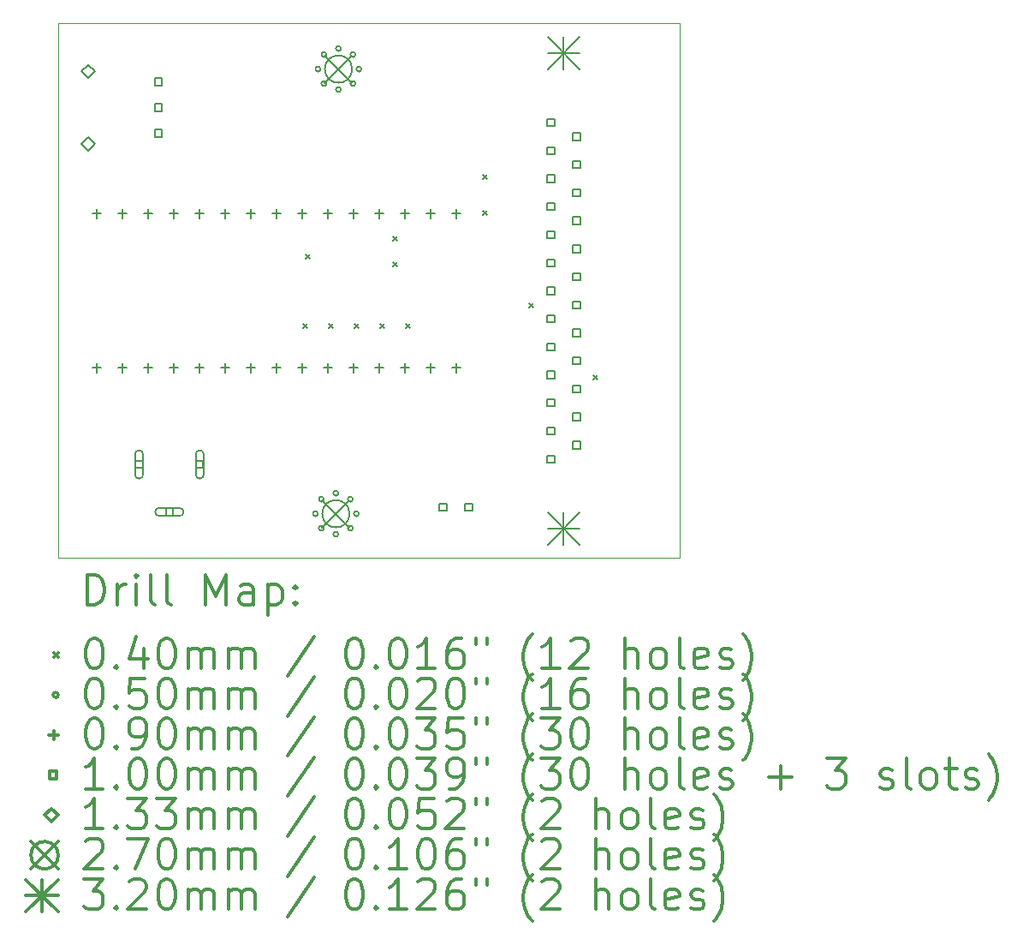
<source format=gbr>
%FSLAX45Y45*%
G04 Gerber Fmt 4.5, Leading zero omitted, Abs format (unit mm)*
G04 Created by KiCad (PCBNEW (5.1.6)-1) date 2023-12-08 07:16:01*
%MOMM*%
%LPD*%
G01*
G04 APERTURE LIST*
%TA.AperFunction,Profile*%
%ADD10C,0.050000*%
%TD*%
%ADD11C,0.200000*%
%ADD12C,0.300000*%
G04 APERTURE END LIST*
D10*
X21005800Y-10541000D02*
X14859000Y-10541000D01*
X21005800Y-5257800D02*
X21005800Y-10541000D01*
X14859000Y-5257800D02*
X14859000Y-10541000D01*
X21005800Y-5257800D02*
X14859000Y-5257800D01*
D11*
X17277400Y-8235000D02*
X17317400Y-8275000D01*
X17317400Y-8235000D02*
X17277400Y-8275000D01*
X17302800Y-7549200D02*
X17342800Y-7589200D01*
X17342800Y-7549200D02*
X17302800Y-7589200D01*
X17531400Y-8235000D02*
X17571400Y-8275000D01*
X17571400Y-8235000D02*
X17531400Y-8275000D01*
X17785400Y-8235000D02*
X17825400Y-8275000D01*
X17825400Y-8235000D02*
X17785400Y-8275000D01*
X18039400Y-8235000D02*
X18079400Y-8275000D01*
X18079400Y-8235000D02*
X18039400Y-8275000D01*
X18166400Y-7371400D02*
X18206400Y-7411400D01*
X18206400Y-7371400D02*
X18166400Y-7411400D01*
X18166400Y-7625400D02*
X18206400Y-7665400D01*
X18206400Y-7625400D02*
X18166400Y-7665400D01*
X18293400Y-8235000D02*
X18333400Y-8275000D01*
X18333400Y-8235000D02*
X18293400Y-8275000D01*
X19055400Y-6761800D02*
X19095400Y-6801800D01*
X19095400Y-6761800D02*
X19055400Y-6801800D01*
X19055400Y-7117400D02*
X19095400Y-7157400D01*
X19095400Y-7117400D02*
X19055400Y-7157400D01*
X19512600Y-8031800D02*
X19552600Y-8071800D01*
X19552600Y-8031800D02*
X19512600Y-8071800D01*
X20147600Y-8743000D02*
X20187600Y-8783000D01*
X20187600Y-8743000D02*
X20147600Y-8783000D01*
X17424700Y-10109200D02*
G75*
G03*
X17424700Y-10109200I-25000J0D01*
G01*
X17484011Y-9966011D02*
G75*
G03*
X17484011Y-9966011I-25000J0D01*
G01*
X17484011Y-10252389D02*
G75*
G03*
X17484011Y-10252389I-25000J0D01*
G01*
X17627200Y-9906700D02*
G75*
G03*
X17627200Y-9906700I-25000J0D01*
G01*
X17627200Y-10311700D02*
G75*
G03*
X17627200Y-10311700I-25000J0D01*
G01*
X17770389Y-9966011D02*
G75*
G03*
X17770389Y-9966011I-25000J0D01*
G01*
X17770389Y-10252389D02*
G75*
G03*
X17770389Y-10252389I-25000J0D01*
G01*
X17829700Y-10109200D02*
G75*
G03*
X17829700Y-10109200I-25000J0D01*
G01*
X17450100Y-5715000D02*
G75*
G03*
X17450100Y-5715000I-25000J0D01*
G01*
X17509411Y-5571811D02*
G75*
G03*
X17509411Y-5571811I-25000J0D01*
G01*
X17509411Y-5858189D02*
G75*
G03*
X17509411Y-5858189I-25000J0D01*
G01*
X17652600Y-5512500D02*
G75*
G03*
X17652600Y-5512500I-25000J0D01*
G01*
X17652600Y-5917500D02*
G75*
G03*
X17652600Y-5917500I-25000J0D01*
G01*
X17795789Y-5571811D02*
G75*
G03*
X17795789Y-5571811I-25000J0D01*
G01*
X17795789Y-5858189D02*
G75*
G03*
X17795789Y-5858189I-25000J0D01*
G01*
X17855100Y-5715000D02*
G75*
G03*
X17855100Y-5715000I-25000J0D01*
G01*
X15237460Y-7097480D02*
X15237460Y-7187480D01*
X15192460Y-7142480D02*
X15282460Y-7142480D01*
X15237460Y-8621480D02*
X15237460Y-8711480D01*
X15192460Y-8666480D02*
X15282460Y-8666480D01*
X15491460Y-7097480D02*
X15491460Y-7187480D01*
X15446460Y-7142480D02*
X15536460Y-7142480D01*
X15491460Y-8621480D02*
X15491460Y-8711480D01*
X15446460Y-8666480D02*
X15536460Y-8666480D01*
X15745460Y-7097480D02*
X15745460Y-7187480D01*
X15700460Y-7142480D02*
X15790460Y-7142480D01*
X15745460Y-8621480D02*
X15745460Y-8711480D01*
X15700460Y-8666480D02*
X15790460Y-8666480D01*
X15999460Y-7097480D02*
X15999460Y-7187480D01*
X15954460Y-7142480D02*
X16044460Y-7142480D01*
X15999460Y-8621480D02*
X15999460Y-8711480D01*
X15954460Y-8666480D02*
X16044460Y-8666480D01*
X16253460Y-7097480D02*
X16253460Y-7187480D01*
X16208460Y-7142480D02*
X16298460Y-7142480D01*
X16253460Y-8621480D02*
X16253460Y-8711480D01*
X16208460Y-8666480D02*
X16298460Y-8666480D01*
X16507460Y-7097480D02*
X16507460Y-7187480D01*
X16462460Y-7142480D02*
X16552460Y-7142480D01*
X16507460Y-8621480D02*
X16507460Y-8711480D01*
X16462460Y-8666480D02*
X16552460Y-8666480D01*
X16761460Y-7097480D02*
X16761460Y-7187480D01*
X16716460Y-7142480D02*
X16806460Y-7142480D01*
X16761460Y-8621480D02*
X16761460Y-8711480D01*
X16716460Y-8666480D02*
X16806460Y-8666480D01*
X17015460Y-7097480D02*
X17015460Y-7187480D01*
X16970460Y-7142480D02*
X17060460Y-7142480D01*
X17015460Y-8621480D02*
X17015460Y-8711480D01*
X16970460Y-8666480D02*
X17060460Y-8666480D01*
X17269460Y-7097480D02*
X17269460Y-7187480D01*
X17224460Y-7142480D02*
X17314460Y-7142480D01*
X17269460Y-8621480D02*
X17269460Y-8711480D01*
X17224460Y-8666480D02*
X17314460Y-8666480D01*
X17523460Y-7097480D02*
X17523460Y-7187480D01*
X17478460Y-7142480D02*
X17568460Y-7142480D01*
X17523460Y-8621480D02*
X17523460Y-8711480D01*
X17478460Y-8666480D02*
X17568460Y-8666480D01*
X17777460Y-7097480D02*
X17777460Y-7187480D01*
X17732460Y-7142480D02*
X17822460Y-7142480D01*
X17777460Y-8621480D02*
X17777460Y-8711480D01*
X17732460Y-8666480D02*
X17822460Y-8666480D01*
X18031460Y-7097480D02*
X18031460Y-7187480D01*
X17986460Y-7142480D02*
X18076460Y-7142480D01*
X18031460Y-8621480D02*
X18031460Y-8711480D01*
X17986460Y-8666480D02*
X18076460Y-8666480D01*
X18285460Y-7097480D02*
X18285460Y-7187480D01*
X18240460Y-7142480D02*
X18330460Y-7142480D01*
X18285460Y-8621480D02*
X18285460Y-8711480D01*
X18240460Y-8666480D02*
X18330460Y-8666480D01*
X18539460Y-7097480D02*
X18539460Y-7187480D01*
X18494460Y-7142480D02*
X18584460Y-7142480D01*
X18539460Y-8621480D02*
X18539460Y-8711480D01*
X18494460Y-8666480D02*
X18584460Y-8666480D01*
X18793460Y-7097480D02*
X18793460Y-7187480D01*
X18748460Y-7142480D02*
X18838460Y-7142480D01*
X18793460Y-8621480D02*
X18793460Y-8711480D01*
X18748460Y-8666480D02*
X18838460Y-8666480D01*
X18696736Y-10082072D02*
X18696736Y-10011360D01*
X18626024Y-10011360D01*
X18626024Y-10082072D01*
X18696736Y-10082072D01*
X18950736Y-10082072D02*
X18950736Y-10011360D01*
X18880024Y-10011360D01*
X18880024Y-10082072D01*
X18950736Y-10082072D01*
X19763536Y-6279536D02*
X19763536Y-6208824D01*
X19692824Y-6208824D01*
X19692824Y-6279536D01*
X19763536Y-6279536D01*
X19763536Y-6556536D02*
X19763536Y-6485824D01*
X19692824Y-6485824D01*
X19692824Y-6556536D01*
X19763536Y-6556536D01*
X19763536Y-6833536D02*
X19763536Y-6762824D01*
X19692824Y-6762824D01*
X19692824Y-6833536D01*
X19763536Y-6833536D01*
X19763536Y-7110536D02*
X19763536Y-7039824D01*
X19692824Y-7039824D01*
X19692824Y-7110536D01*
X19763536Y-7110536D01*
X19763536Y-7387536D02*
X19763536Y-7316824D01*
X19692824Y-7316824D01*
X19692824Y-7387536D01*
X19763536Y-7387536D01*
X19763536Y-7664536D02*
X19763536Y-7593824D01*
X19692824Y-7593824D01*
X19692824Y-7664536D01*
X19763536Y-7664536D01*
X19763536Y-7941536D02*
X19763536Y-7870824D01*
X19692824Y-7870824D01*
X19692824Y-7941536D01*
X19763536Y-7941536D01*
X19763536Y-8218536D02*
X19763536Y-8147824D01*
X19692824Y-8147824D01*
X19692824Y-8218536D01*
X19763536Y-8218536D01*
X19763536Y-8495536D02*
X19763536Y-8424824D01*
X19692824Y-8424824D01*
X19692824Y-8495536D01*
X19763536Y-8495536D01*
X19763536Y-8772536D02*
X19763536Y-8701824D01*
X19692824Y-8701824D01*
X19692824Y-8772536D01*
X19763536Y-8772536D01*
X19763536Y-9049536D02*
X19763536Y-8978824D01*
X19692824Y-8978824D01*
X19692824Y-9049536D01*
X19763536Y-9049536D01*
X19763536Y-9326536D02*
X19763536Y-9255824D01*
X19692824Y-9255824D01*
X19692824Y-9326536D01*
X19763536Y-9326536D01*
X19763536Y-9603536D02*
X19763536Y-9532824D01*
X19692824Y-9532824D01*
X19692824Y-9603536D01*
X19763536Y-9603536D01*
X20017536Y-6418036D02*
X20017536Y-6347324D01*
X19946824Y-6347324D01*
X19946824Y-6418036D01*
X20017536Y-6418036D01*
X20017536Y-6695036D02*
X20017536Y-6624324D01*
X19946824Y-6624324D01*
X19946824Y-6695036D01*
X20017536Y-6695036D01*
X20017536Y-6972036D02*
X20017536Y-6901324D01*
X19946824Y-6901324D01*
X19946824Y-6972036D01*
X20017536Y-6972036D01*
X20017536Y-7249036D02*
X20017536Y-7178324D01*
X19946824Y-7178324D01*
X19946824Y-7249036D01*
X20017536Y-7249036D01*
X20017536Y-7526036D02*
X20017536Y-7455324D01*
X19946824Y-7455324D01*
X19946824Y-7526036D01*
X20017536Y-7526036D01*
X20017536Y-7803036D02*
X20017536Y-7732324D01*
X19946824Y-7732324D01*
X19946824Y-7803036D01*
X20017536Y-7803036D01*
X20017536Y-8080036D02*
X20017536Y-8009324D01*
X19946824Y-8009324D01*
X19946824Y-8080036D01*
X20017536Y-8080036D01*
X20017536Y-8357036D02*
X20017536Y-8286324D01*
X19946824Y-8286324D01*
X19946824Y-8357036D01*
X20017536Y-8357036D01*
X20017536Y-8634036D02*
X20017536Y-8563324D01*
X19946824Y-8563324D01*
X19946824Y-8634036D01*
X20017536Y-8634036D01*
X20017536Y-8911036D02*
X20017536Y-8840324D01*
X19946824Y-8840324D01*
X19946824Y-8911036D01*
X20017536Y-8911036D01*
X20017536Y-9188036D02*
X20017536Y-9117324D01*
X19946824Y-9117324D01*
X19946824Y-9188036D01*
X20017536Y-9188036D01*
X20017536Y-9465036D02*
X20017536Y-9394324D01*
X19946824Y-9394324D01*
X19946824Y-9465036D01*
X20017536Y-9465036D01*
X15884956Y-5877356D02*
X15884956Y-5806644D01*
X15814244Y-5806644D01*
X15814244Y-5877356D01*
X15884956Y-5877356D01*
X15884956Y-6131356D02*
X15884956Y-6060644D01*
X15814244Y-6060644D01*
X15814244Y-6131356D01*
X15884956Y-6131356D01*
X15884956Y-6385356D02*
X15884956Y-6314644D01*
X15814244Y-6314644D01*
X15814244Y-6385356D01*
X15884956Y-6385356D01*
X15691356Y-9656876D02*
X15691356Y-9586164D01*
X15620644Y-9586164D01*
X15620644Y-9656876D01*
X15691356Y-9656876D01*
X15616000Y-9521520D02*
X15616000Y-9721520D01*
X15696000Y-9521520D02*
X15696000Y-9721520D01*
X15616000Y-9721520D02*
G75*
G03*
X15696000Y-9721520I40000J0D01*
G01*
X15696000Y-9521520D02*
G75*
G03*
X15616000Y-9521520I-40000J0D01*
G01*
X15991356Y-10126876D02*
X15991356Y-10056164D01*
X15920644Y-10056164D01*
X15920644Y-10126876D01*
X15991356Y-10126876D01*
X15856000Y-10131520D02*
X16056000Y-10131520D01*
X15856000Y-10051520D02*
X16056000Y-10051520D01*
X16056000Y-10131520D02*
G75*
G03*
X16056000Y-10051520I0J40000D01*
G01*
X15856000Y-10051520D02*
G75*
G03*
X15856000Y-10131520I0J-40000D01*
G01*
X16291356Y-9656876D02*
X16291356Y-9586164D01*
X16220644Y-9586164D01*
X16220644Y-9656876D01*
X16291356Y-9656876D01*
X16216000Y-9521520D02*
X16216000Y-9721520D01*
X16296000Y-9521520D02*
X16296000Y-9721520D01*
X16216000Y-9721520D02*
G75*
G03*
X16296000Y-9721520I40000J0D01*
G01*
X16296000Y-9521520D02*
G75*
G03*
X16216000Y-9521520I-40000J0D01*
G01*
X15151100Y-5804925D02*
X15217525Y-5738500D01*
X15151100Y-5672075D01*
X15084675Y-5738500D01*
X15151100Y-5804925D01*
X15151100Y-6519925D02*
X15217525Y-6453500D01*
X15151100Y-6387075D01*
X15084675Y-6453500D01*
X15151100Y-6519925D01*
X17467200Y-9974200D02*
X17737200Y-10244200D01*
X17737200Y-9974200D02*
X17467200Y-10244200D01*
X17737200Y-10109200D02*
G75*
G03*
X17737200Y-10109200I-135000J0D01*
G01*
X17492600Y-5580000D02*
X17762600Y-5850000D01*
X17762600Y-5580000D02*
X17492600Y-5850000D01*
X17762600Y-5715000D02*
G75*
G03*
X17762600Y-5715000I-135000J0D01*
G01*
X19695180Y-5394180D02*
X20015180Y-5714180D01*
X20015180Y-5394180D02*
X19695180Y-5714180D01*
X19855180Y-5394180D02*
X19855180Y-5714180D01*
X19695180Y-5554180D02*
X20015180Y-5554180D01*
X19695180Y-10098180D02*
X20015180Y-10418180D01*
X20015180Y-10098180D02*
X19695180Y-10418180D01*
X19855180Y-10098180D02*
X19855180Y-10418180D01*
X19695180Y-10258180D02*
X20015180Y-10258180D01*
D12*
X15142928Y-11009214D02*
X15142928Y-10709214D01*
X15214357Y-10709214D01*
X15257214Y-10723500D01*
X15285786Y-10752072D01*
X15300071Y-10780643D01*
X15314357Y-10837786D01*
X15314357Y-10880643D01*
X15300071Y-10937786D01*
X15285786Y-10966357D01*
X15257214Y-10994929D01*
X15214357Y-11009214D01*
X15142928Y-11009214D01*
X15442928Y-11009214D02*
X15442928Y-10809214D01*
X15442928Y-10866357D02*
X15457214Y-10837786D01*
X15471500Y-10823500D01*
X15500071Y-10809214D01*
X15528643Y-10809214D01*
X15628643Y-11009214D02*
X15628643Y-10809214D01*
X15628643Y-10709214D02*
X15614357Y-10723500D01*
X15628643Y-10737786D01*
X15642928Y-10723500D01*
X15628643Y-10709214D01*
X15628643Y-10737786D01*
X15814357Y-11009214D02*
X15785786Y-10994929D01*
X15771500Y-10966357D01*
X15771500Y-10709214D01*
X15971500Y-11009214D02*
X15942928Y-10994929D01*
X15928643Y-10966357D01*
X15928643Y-10709214D01*
X16314357Y-11009214D02*
X16314357Y-10709214D01*
X16414357Y-10923500D01*
X16514357Y-10709214D01*
X16514357Y-11009214D01*
X16785786Y-11009214D02*
X16785786Y-10852072D01*
X16771500Y-10823500D01*
X16742928Y-10809214D01*
X16685786Y-10809214D01*
X16657214Y-10823500D01*
X16785786Y-10994929D02*
X16757214Y-11009214D01*
X16685786Y-11009214D01*
X16657214Y-10994929D01*
X16642928Y-10966357D01*
X16642928Y-10937786D01*
X16657214Y-10909214D01*
X16685786Y-10894929D01*
X16757214Y-10894929D01*
X16785786Y-10880643D01*
X16928643Y-10809214D02*
X16928643Y-11109214D01*
X16928643Y-10823500D02*
X16957214Y-10809214D01*
X17014357Y-10809214D01*
X17042928Y-10823500D01*
X17057214Y-10837786D01*
X17071500Y-10866357D01*
X17071500Y-10952072D01*
X17057214Y-10980643D01*
X17042928Y-10994929D01*
X17014357Y-11009214D01*
X16957214Y-11009214D01*
X16928643Y-10994929D01*
X17200071Y-10980643D02*
X17214357Y-10994929D01*
X17200071Y-11009214D01*
X17185786Y-10994929D01*
X17200071Y-10980643D01*
X17200071Y-11009214D01*
X17200071Y-10823500D02*
X17214357Y-10837786D01*
X17200071Y-10852072D01*
X17185786Y-10837786D01*
X17200071Y-10823500D01*
X17200071Y-10852072D01*
X14816500Y-11483500D02*
X14856500Y-11523500D01*
X14856500Y-11483500D02*
X14816500Y-11523500D01*
X15200071Y-11339214D02*
X15228643Y-11339214D01*
X15257214Y-11353500D01*
X15271500Y-11367786D01*
X15285786Y-11396357D01*
X15300071Y-11453500D01*
X15300071Y-11524929D01*
X15285786Y-11582071D01*
X15271500Y-11610643D01*
X15257214Y-11624929D01*
X15228643Y-11639214D01*
X15200071Y-11639214D01*
X15171500Y-11624929D01*
X15157214Y-11610643D01*
X15142928Y-11582071D01*
X15128643Y-11524929D01*
X15128643Y-11453500D01*
X15142928Y-11396357D01*
X15157214Y-11367786D01*
X15171500Y-11353500D01*
X15200071Y-11339214D01*
X15428643Y-11610643D02*
X15442928Y-11624929D01*
X15428643Y-11639214D01*
X15414357Y-11624929D01*
X15428643Y-11610643D01*
X15428643Y-11639214D01*
X15700071Y-11439214D02*
X15700071Y-11639214D01*
X15628643Y-11324929D02*
X15557214Y-11539214D01*
X15742928Y-11539214D01*
X15914357Y-11339214D02*
X15942928Y-11339214D01*
X15971500Y-11353500D01*
X15985786Y-11367786D01*
X16000071Y-11396357D01*
X16014357Y-11453500D01*
X16014357Y-11524929D01*
X16000071Y-11582071D01*
X15985786Y-11610643D01*
X15971500Y-11624929D01*
X15942928Y-11639214D01*
X15914357Y-11639214D01*
X15885786Y-11624929D01*
X15871500Y-11610643D01*
X15857214Y-11582071D01*
X15842928Y-11524929D01*
X15842928Y-11453500D01*
X15857214Y-11396357D01*
X15871500Y-11367786D01*
X15885786Y-11353500D01*
X15914357Y-11339214D01*
X16142928Y-11639214D02*
X16142928Y-11439214D01*
X16142928Y-11467786D02*
X16157214Y-11453500D01*
X16185786Y-11439214D01*
X16228643Y-11439214D01*
X16257214Y-11453500D01*
X16271500Y-11482071D01*
X16271500Y-11639214D01*
X16271500Y-11482071D02*
X16285786Y-11453500D01*
X16314357Y-11439214D01*
X16357214Y-11439214D01*
X16385786Y-11453500D01*
X16400071Y-11482071D01*
X16400071Y-11639214D01*
X16542928Y-11639214D02*
X16542928Y-11439214D01*
X16542928Y-11467786D02*
X16557214Y-11453500D01*
X16585786Y-11439214D01*
X16628643Y-11439214D01*
X16657214Y-11453500D01*
X16671500Y-11482071D01*
X16671500Y-11639214D01*
X16671500Y-11482071D02*
X16685786Y-11453500D01*
X16714357Y-11439214D01*
X16757214Y-11439214D01*
X16785786Y-11453500D01*
X16800071Y-11482071D01*
X16800071Y-11639214D01*
X17385786Y-11324929D02*
X17128643Y-11710643D01*
X17771500Y-11339214D02*
X17800071Y-11339214D01*
X17828643Y-11353500D01*
X17842928Y-11367786D01*
X17857214Y-11396357D01*
X17871500Y-11453500D01*
X17871500Y-11524929D01*
X17857214Y-11582071D01*
X17842928Y-11610643D01*
X17828643Y-11624929D01*
X17800071Y-11639214D01*
X17771500Y-11639214D01*
X17742928Y-11624929D01*
X17728643Y-11610643D01*
X17714357Y-11582071D01*
X17700071Y-11524929D01*
X17700071Y-11453500D01*
X17714357Y-11396357D01*
X17728643Y-11367786D01*
X17742928Y-11353500D01*
X17771500Y-11339214D01*
X18000071Y-11610643D02*
X18014357Y-11624929D01*
X18000071Y-11639214D01*
X17985786Y-11624929D01*
X18000071Y-11610643D01*
X18000071Y-11639214D01*
X18200071Y-11339214D02*
X18228643Y-11339214D01*
X18257214Y-11353500D01*
X18271500Y-11367786D01*
X18285786Y-11396357D01*
X18300071Y-11453500D01*
X18300071Y-11524929D01*
X18285786Y-11582071D01*
X18271500Y-11610643D01*
X18257214Y-11624929D01*
X18228643Y-11639214D01*
X18200071Y-11639214D01*
X18171500Y-11624929D01*
X18157214Y-11610643D01*
X18142928Y-11582071D01*
X18128643Y-11524929D01*
X18128643Y-11453500D01*
X18142928Y-11396357D01*
X18157214Y-11367786D01*
X18171500Y-11353500D01*
X18200071Y-11339214D01*
X18585786Y-11639214D02*
X18414357Y-11639214D01*
X18500071Y-11639214D02*
X18500071Y-11339214D01*
X18471500Y-11382071D01*
X18442928Y-11410643D01*
X18414357Y-11424929D01*
X18842928Y-11339214D02*
X18785786Y-11339214D01*
X18757214Y-11353500D01*
X18742928Y-11367786D01*
X18714357Y-11410643D01*
X18700071Y-11467786D01*
X18700071Y-11582071D01*
X18714357Y-11610643D01*
X18728643Y-11624929D01*
X18757214Y-11639214D01*
X18814357Y-11639214D01*
X18842928Y-11624929D01*
X18857214Y-11610643D01*
X18871500Y-11582071D01*
X18871500Y-11510643D01*
X18857214Y-11482071D01*
X18842928Y-11467786D01*
X18814357Y-11453500D01*
X18757214Y-11453500D01*
X18728643Y-11467786D01*
X18714357Y-11482071D01*
X18700071Y-11510643D01*
X18985786Y-11339214D02*
X18985786Y-11396357D01*
X19100071Y-11339214D02*
X19100071Y-11396357D01*
X19542928Y-11753500D02*
X19528643Y-11739214D01*
X19500071Y-11696357D01*
X19485786Y-11667786D01*
X19471500Y-11624929D01*
X19457214Y-11553500D01*
X19457214Y-11496357D01*
X19471500Y-11424929D01*
X19485786Y-11382071D01*
X19500071Y-11353500D01*
X19528643Y-11310643D01*
X19542928Y-11296357D01*
X19814357Y-11639214D02*
X19642928Y-11639214D01*
X19728643Y-11639214D02*
X19728643Y-11339214D01*
X19700071Y-11382071D01*
X19671500Y-11410643D01*
X19642928Y-11424929D01*
X19928643Y-11367786D02*
X19942928Y-11353500D01*
X19971500Y-11339214D01*
X20042928Y-11339214D01*
X20071500Y-11353500D01*
X20085786Y-11367786D01*
X20100071Y-11396357D01*
X20100071Y-11424929D01*
X20085786Y-11467786D01*
X19914357Y-11639214D01*
X20100071Y-11639214D01*
X20457214Y-11639214D02*
X20457214Y-11339214D01*
X20585786Y-11639214D02*
X20585786Y-11482071D01*
X20571500Y-11453500D01*
X20542928Y-11439214D01*
X20500071Y-11439214D01*
X20471500Y-11453500D01*
X20457214Y-11467786D01*
X20771500Y-11639214D02*
X20742928Y-11624929D01*
X20728643Y-11610643D01*
X20714357Y-11582071D01*
X20714357Y-11496357D01*
X20728643Y-11467786D01*
X20742928Y-11453500D01*
X20771500Y-11439214D01*
X20814357Y-11439214D01*
X20842928Y-11453500D01*
X20857214Y-11467786D01*
X20871500Y-11496357D01*
X20871500Y-11582071D01*
X20857214Y-11610643D01*
X20842928Y-11624929D01*
X20814357Y-11639214D01*
X20771500Y-11639214D01*
X21042928Y-11639214D02*
X21014357Y-11624929D01*
X21000071Y-11596357D01*
X21000071Y-11339214D01*
X21271500Y-11624929D02*
X21242928Y-11639214D01*
X21185786Y-11639214D01*
X21157214Y-11624929D01*
X21142928Y-11596357D01*
X21142928Y-11482071D01*
X21157214Y-11453500D01*
X21185786Y-11439214D01*
X21242928Y-11439214D01*
X21271500Y-11453500D01*
X21285786Y-11482071D01*
X21285786Y-11510643D01*
X21142928Y-11539214D01*
X21400071Y-11624929D02*
X21428643Y-11639214D01*
X21485786Y-11639214D01*
X21514357Y-11624929D01*
X21528643Y-11596357D01*
X21528643Y-11582071D01*
X21514357Y-11553500D01*
X21485786Y-11539214D01*
X21442928Y-11539214D01*
X21414357Y-11524929D01*
X21400071Y-11496357D01*
X21400071Y-11482071D01*
X21414357Y-11453500D01*
X21442928Y-11439214D01*
X21485786Y-11439214D01*
X21514357Y-11453500D01*
X21628643Y-11753500D02*
X21642928Y-11739214D01*
X21671500Y-11696357D01*
X21685786Y-11667786D01*
X21700071Y-11624929D01*
X21714357Y-11553500D01*
X21714357Y-11496357D01*
X21700071Y-11424929D01*
X21685786Y-11382071D01*
X21671500Y-11353500D01*
X21642928Y-11310643D01*
X21628643Y-11296357D01*
X14856500Y-11899500D02*
G75*
G03*
X14856500Y-11899500I-25000J0D01*
G01*
X15200071Y-11735214D02*
X15228643Y-11735214D01*
X15257214Y-11749500D01*
X15271500Y-11763786D01*
X15285786Y-11792357D01*
X15300071Y-11849500D01*
X15300071Y-11920929D01*
X15285786Y-11978071D01*
X15271500Y-12006643D01*
X15257214Y-12020929D01*
X15228643Y-12035214D01*
X15200071Y-12035214D01*
X15171500Y-12020929D01*
X15157214Y-12006643D01*
X15142928Y-11978071D01*
X15128643Y-11920929D01*
X15128643Y-11849500D01*
X15142928Y-11792357D01*
X15157214Y-11763786D01*
X15171500Y-11749500D01*
X15200071Y-11735214D01*
X15428643Y-12006643D02*
X15442928Y-12020929D01*
X15428643Y-12035214D01*
X15414357Y-12020929D01*
X15428643Y-12006643D01*
X15428643Y-12035214D01*
X15714357Y-11735214D02*
X15571500Y-11735214D01*
X15557214Y-11878071D01*
X15571500Y-11863786D01*
X15600071Y-11849500D01*
X15671500Y-11849500D01*
X15700071Y-11863786D01*
X15714357Y-11878071D01*
X15728643Y-11906643D01*
X15728643Y-11978071D01*
X15714357Y-12006643D01*
X15700071Y-12020929D01*
X15671500Y-12035214D01*
X15600071Y-12035214D01*
X15571500Y-12020929D01*
X15557214Y-12006643D01*
X15914357Y-11735214D02*
X15942928Y-11735214D01*
X15971500Y-11749500D01*
X15985786Y-11763786D01*
X16000071Y-11792357D01*
X16014357Y-11849500D01*
X16014357Y-11920929D01*
X16000071Y-11978071D01*
X15985786Y-12006643D01*
X15971500Y-12020929D01*
X15942928Y-12035214D01*
X15914357Y-12035214D01*
X15885786Y-12020929D01*
X15871500Y-12006643D01*
X15857214Y-11978071D01*
X15842928Y-11920929D01*
X15842928Y-11849500D01*
X15857214Y-11792357D01*
X15871500Y-11763786D01*
X15885786Y-11749500D01*
X15914357Y-11735214D01*
X16142928Y-12035214D02*
X16142928Y-11835214D01*
X16142928Y-11863786D02*
X16157214Y-11849500D01*
X16185786Y-11835214D01*
X16228643Y-11835214D01*
X16257214Y-11849500D01*
X16271500Y-11878071D01*
X16271500Y-12035214D01*
X16271500Y-11878071D02*
X16285786Y-11849500D01*
X16314357Y-11835214D01*
X16357214Y-11835214D01*
X16385786Y-11849500D01*
X16400071Y-11878071D01*
X16400071Y-12035214D01*
X16542928Y-12035214D02*
X16542928Y-11835214D01*
X16542928Y-11863786D02*
X16557214Y-11849500D01*
X16585786Y-11835214D01*
X16628643Y-11835214D01*
X16657214Y-11849500D01*
X16671500Y-11878071D01*
X16671500Y-12035214D01*
X16671500Y-11878071D02*
X16685786Y-11849500D01*
X16714357Y-11835214D01*
X16757214Y-11835214D01*
X16785786Y-11849500D01*
X16800071Y-11878071D01*
X16800071Y-12035214D01*
X17385786Y-11720929D02*
X17128643Y-12106643D01*
X17771500Y-11735214D02*
X17800071Y-11735214D01*
X17828643Y-11749500D01*
X17842928Y-11763786D01*
X17857214Y-11792357D01*
X17871500Y-11849500D01*
X17871500Y-11920929D01*
X17857214Y-11978071D01*
X17842928Y-12006643D01*
X17828643Y-12020929D01*
X17800071Y-12035214D01*
X17771500Y-12035214D01*
X17742928Y-12020929D01*
X17728643Y-12006643D01*
X17714357Y-11978071D01*
X17700071Y-11920929D01*
X17700071Y-11849500D01*
X17714357Y-11792357D01*
X17728643Y-11763786D01*
X17742928Y-11749500D01*
X17771500Y-11735214D01*
X18000071Y-12006643D02*
X18014357Y-12020929D01*
X18000071Y-12035214D01*
X17985786Y-12020929D01*
X18000071Y-12006643D01*
X18000071Y-12035214D01*
X18200071Y-11735214D02*
X18228643Y-11735214D01*
X18257214Y-11749500D01*
X18271500Y-11763786D01*
X18285786Y-11792357D01*
X18300071Y-11849500D01*
X18300071Y-11920929D01*
X18285786Y-11978071D01*
X18271500Y-12006643D01*
X18257214Y-12020929D01*
X18228643Y-12035214D01*
X18200071Y-12035214D01*
X18171500Y-12020929D01*
X18157214Y-12006643D01*
X18142928Y-11978071D01*
X18128643Y-11920929D01*
X18128643Y-11849500D01*
X18142928Y-11792357D01*
X18157214Y-11763786D01*
X18171500Y-11749500D01*
X18200071Y-11735214D01*
X18414357Y-11763786D02*
X18428643Y-11749500D01*
X18457214Y-11735214D01*
X18528643Y-11735214D01*
X18557214Y-11749500D01*
X18571500Y-11763786D01*
X18585786Y-11792357D01*
X18585786Y-11820929D01*
X18571500Y-11863786D01*
X18400071Y-12035214D01*
X18585786Y-12035214D01*
X18771500Y-11735214D02*
X18800071Y-11735214D01*
X18828643Y-11749500D01*
X18842928Y-11763786D01*
X18857214Y-11792357D01*
X18871500Y-11849500D01*
X18871500Y-11920929D01*
X18857214Y-11978071D01*
X18842928Y-12006643D01*
X18828643Y-12020929D01*
X18800071Y-12035214D01*
X18771500Y-12035214D01*
X18742928Y-12020929D01*
X18728643Y-12006643D01*
X18714357Y-11978071D01*
X18700071Y-11920929D01*
X18700071Y-11849500D01*
X18714357Y-11792357D01*
X18728643Y-11763786D01*
X18742928Y-11749500D01*
X18771500Y-11735214D01*
X18985786Y-11735214D02*
X18985786Y-11792357D01*
X19100071Y-11735214D02*
X19100071Y-11792357D01*
X19542928Y-12149500D02*
X19528643Y-12135214D01*
X19500071Y-12092357D01*
X19485786Y-12063786D01*
X19471500Y-12020929D01*
X19457214Y-11949500D01*
X19457214Y-11892357D01*
X19471500Y-11820929D01*
X19485786Y-11778071D01*
X19500071Y-11749500D01*
X19528643Y-11706643D01*
X19542928Y-11692357D01*
X19814357Y-12035214D02*
X19642928Y-12035214D01*
X19728643Y-12035214D02*
X19728643Y-11735214D01*
X19700071Y-11778071D01*
X19671500Y-11806643D01*
X19642928Y-11820929D01*
X20071500Y-11735214D02*
X20014357Y-11735214D01*
X19985786Y-11749500D01*
X19971500Y-11763786D01*
X19942928Y-11806643D01*
X19928643Y-11863786D01*
X19928643Y-11978071D01*
X19942928Y-12006643D01*
X19957214Y-12020929D01*
X19985786Y-12035214D01*
X20042928Y-12035214D01*
X20071500Y-12020929D01*
X20085786Y-12006643D01*
X20100071Y-11978071D01*
X20100071Y-11906643D01*
X20085786Y-11878071D01*
X20071500Y-11863786D01*
X20042928Y-11849500D01*
X19985786Y-11849500D01*
X19957214Y-11863786D01*
X19942928Y-11878071D01*
X19928643Y-11906643D01*
X20457214Y-12035214D02*
X20457214Y-11735214D01*
X20585786Y-12035214D02*
X20585786Y-11878071D01*
X20571500Y-11849500D01*
X20542928Y-11835214D01*
X20500071Y-11835214D01*
X20471500Y-11849500D01*
X20457214Y-11863786D01*
X20771500Y-12035214D02*
X20742928Y-12020929D01*
X20728643Y-12006643D01*
X20714357Y-11978071D01*
X20714357Y-11892357D01*
X20728643Y-11863786D01*
X20742928Y-11849500D01*
X20771500Y-11835214D01*
X20814357Y-11835214D01*
X20842928Y-11849500D01*
X20857214Y-11863786D01*
X20871500Y-11892357D01*
X20871500Y-11978071D01*
X20857214Y-12006643D01*
X20842928Y-12020929D01*
X20814357Y-12035214D01*
X20771500Y-12035214D01*
X21042928Y-12035214D02*
X21014357Y-12020929D01*
X21000071Y-11992357D01*
X21000071Y-11735214D01*
X21271500Y-12020929D02*
X21242928Y-12035214D01*
X21185786Y-12035214D01*
X21157214Y-12020929D01*
X21142928Y-11992357D01*
X21142928Y-11878071D01*
X21157214Y-11849500D01*
X21185786Y-11835214D01*
X21242928Y-11835214D01*
X21271500Y-11849500D01*
X21285786Y-11878071D01*
X21285786Y-11906643D01*
X21142928Y-11935214D01*
X21400071Y-12020929D02*
X21428643Y-12035214D01*
X21485786Y-12035214D01*
X21514357Y-12020929D01*
X21528643Y-11992357D01*
X21528643Y-11978071D01*
X21514357Y-11949500D01*
X21485786Y-11935214D01*
X21442928Y-11935214D01*
X21414357Y-11920929D01*
X21400071Y-11892357D01*
X21400071Y-11878071D01*
X21414357Y-11849500D01*
X21442928Y-11835214D01*
X21485786Y-11835214D01*
X21514357Y-11849500D01*
X21628643Y-12149500D02*
X21642928Y-12135214D01*
X21671500Y-12092357D01*
X21685786Y-12063786D01*
X21700071Y-12020929D01*
X21714357Y-11949500D01*
X21714357Y-11892357D01*
X21700071Y-11820929D01*
X21685786Y-11778071D01*
X21671500Y-11749500D01*
X21642928Y-11706643D01*
X21628643Y-11692357D01*
X14811500Y-12250500D02*
X14811500Y-12340500D01*
X14766500Y-12295500D02*
X14856500Y-12295500D01*
X15200071Y-12131214D02*
X15228643Y-12131214D01*
X15257214Y-12145500D01*
X15271500Y-12159786D01*
X15285786Y-12188357D01*
X15300071Y-12245500D01*
X15300071Y-12316929D01*
X15285786Y-12374071D01*
X15271500Y-12402643D01*
X15257214Y-12416929D01*
X15228643Y-12431214D01*
X15200071Y-12431214D01*
X15171500Y-12416929D01*
X15157214Y-12402643D01*
X15142928Y-12374071D01*
X15128643Y-12316929D01*
X15128643Y-12245500D01*
X15142928Y-12188357D01*
X15157214Y-12159786D01*
X15171500Y-12145500D01*
X15200071Y-12131214D01*
X15428643Y-12402643D02*
X15442928Y-12416929D01*
X15428643Y-12431214D01*
X15414357Y-12416929D01*
X15428643Y-12402643D01*
X15428643Y-12431214D01*
X15585786Y-12431214D02*
X15642928Y-12431214D01*
X15671500Y-12416929D01*
X15685786Y-12402643D01*
X15714357Y-12359786D01*
X15728643Y-12302643D01*
X15728643Y-12188357D01*
X15714357Y-12159786D01*
X15700071Y-12145500D01*
X15671500Y-12131214D01*
X15614357Y-12131214D01*
X15585786Y-12145500D01*
X15571500Y-12159786D01*
X15557214Y-12188357D01*
X15557214Y-12259786D01*
X15571500Y-12288357D01*
X15585786Y-12302643D01*
X15614357Y-12316929D01*
X15671500Y-12316929D01*
X15700071Y-12302643D01*
X15714357Y-12288357D01*
X15728643Y-12259786D01*
X15914357Y-12131214D02*
X15942928Y-12131214D01*
X15971500Y-12145500D01*
X15985786Y-12159786D01*
X16000071Y-12188357D01*
X16014357Y-12245500D01*
X16014357Y-12316929D01*
X16000071Y-12374071D01*
X15985786Y-12402643D01*
X15971500Y-12416929D01*
X15942928Y-12431214D01*
X15914357Y-12431214D01*
X15885786Y-12416929D01*
X15871500Y-12402643D01*
X15857214Y-12374071D01*
X15842928Y-12316929D01*
X15842928Y-12245500D01*
X15857214Y-12188357D01*
X15871500Y-12159786D01*
X15885786Y-12145500D01*
X15914357Y-12131214D01*
X16142928Y-12431214D02*
X16142928Y-12231214D01*
X16142928Y-12259786D02*
X16157214Y-12245500D01*
X16185786Y-12231214D01*
X16228643Y-12231214D01*
X16257214Y-12245500D01*
X16271500Y-12274071D01*
X16271500Y-12431214D01*
X16271500Y-12274071D02*
X16285786Y-12245500D01*
X16314357Y-12231214D01*
X16357214Y-12231214D01*
X16385786Y-12245500D01*
X16400071Y-12274071D01*
X16400071Y-12431214D01*
X16542928Y-12431214D02*
X16542928Y-12231214D01*
X16542928Y-12259786D02*
X16557214Y-12245500D01*
X16585786Y-12231214D01*
X16628643Y-12231214D01*
X16657214Y-12245500D01*
X16671500Y-12274071D01*
X16671500Y-12431214D01*
X16671500Y-12274071D02*
X16685786Y-12245500D01*
X16714357Y-12231214D01*
X16757214Y-12231214D01*
X16785786Y-12245500D01*
X16800071Y-12274071D01*
X16800071Y-12431214D01*
X17385786Y-12116929D02*
X17128643Y-12502643D01*
X17771500Y-12131214D02*
X17800071Y-12131214D01*
X17828643Y-12145500D01*
X17842928Y-12159786D01*
X17857214Y-12188357D01*
X17871500Y-12245500D01*
X17871500Y-12316929D01*
X17857214Y-12374071D01*
X17842928Y-12402643D01*
X17828643Y-12416929D01*
X17800071Y-12431214D01*
X17771500Y-12431214D01*
X17742928Y-12416929D01*
X17728643Y-12402643D01*
X17714357Y-12374071D01*
X17700071Y-12316929D01*
X17700071Y-12245500D01*
X17714357Y-12188357D01*
X17728643Y-12159786D01*
X17742928Y-12145500D01*
X17771500Y-12131214D01*
X18000071Y-12402643D02*
X18014357Y-12416929D01*
X18000071Y-12431214D01*
X17985786Y-12416929D01*
X18000071Y-12402643D01*
X18000071Y-12431214D01*
X18200071Y-12131214D02*
X18228643Y-12131214D01*
X18257214Y-12145500D01*
X18271500Y-12159786D01*
X18285786Y-12188357D01*
X18300071Y-12245500D01*
X18300071Y-12316929D01*
X18285786Y-12374071D01*
X18271500Y-12402643D01*
X18257214Y-12416929D01*
X18228643Y-12431214D01*
X18200071Y-12431214D01*
X18171500Y-12416929D01*
X18157214Y-12402643D01*
X18142928Y-12374071D01*
X18128643Y-12316929D01*
X18128643Y-12245500D01*
X18142928Y-12188357D01*
X18157214Y-12159786D01*
X18171500Y-12145500D01*
X18200071Y-12131214D01*
X18400071Y-12131214D02*
X18585786Y-12131214D01*
X18485786Y-12245500D01*
X18528643Y-12245500D01*
X18557214Y-12259786D01*
X18571500Y-12274071D01*
X18585786Y-12302643D01*
X18585786Y-12374071D01*
X18571500Y-12402643D01*
X18557214Y-12416929D01*
X18528643Y-12431214D01*
X18442928Y-12431214D01*
X18414357Y-12416929D01*
X18400071Y-12402643D01*
X18857214Y-12131214D02*
X18714357Y-12131214D01*
X18700071Y-12274071D01*
X18714357Y-12259786D01*
X18742928Y-12245500D01*
X18814357Y-12245500D01*
X18842928Y-12259786D01*
X18857214Y-12274071D01*
X18871500Y-12302643D01*
X18871500Y-12374071D01*
X18857214Y-12402643D01*
X18842928Y-12416929D01*
X18814357Y-12431214D01*
X18742928Y-12431214D01*
X18714357Y-12416929D01*
X18700071Y-12402643D01*
X18985786Y-12131214D02*
X18985786Y-12188357D01*
X19100071Y-12131214D02*
X19100071Y-12188357D01*
X19542928Y-12545500D02*
X19528643Y-12531214D01*
X19500071Y-12488357D01*
X19485786Y-12459786D01*
X19471500Y-12416929D01*
X19457214Y-12345500D01*
X19457214Y-12288357D01*
X19471500Y-12216929D01*
X19485786Y-12174071D01*
X19500071Y-12145500D01*
X19528643Y-12102643D01*
X19542928Y-12088357D01*
X19628643Y-12131214D02*
X19814357Y-12131214D01*
X19714357Y-12245500D01*
X19757214Y-12245500D01*
X19785786Y-12259786D01*
X19800071Y-12274071D01*
X19814357Y-12302643D01*
X19814357Y-12374071D01*
X19800071Y-12402643D01*
X19785786Y-12416929D01*
X19757214Y-12431214D01*
X19671500Y-12431214D01*
X19642928Y-12416929D01*
X19628643Y-12402643D01*
X20000071Y-12131214D02*
X20028643Y-12131214D01*
X20057214Y-12145500D01*
X20071500Y-12159786D01*
X20085786Y-12188357D01*
X20100071Y-12245500D01*
X20100071Y-12316929D01*
X20085786Y-12374071D01*
X20071500Y-12402643D01*
X20057214Y-12416929D01*
X20028643Y-12431214D01*
X20000071Y-12431214D01*
X19971500Y-12416929D01*
X19957214Y-12402643D01*
X19942928Y-12374071D01*
X19928643Y-12316929D01*
X19928643Y-12245500D01*
X19942928Y-12188357D01*
X19957214Y-12159786D01*
X19971500Y-12145500D01*
X20000071Y-12131214D01*
X20457214Y-12431214D02*
X20457214Y-12131214D01*
X20585786Y-12431214D02*
X20585786Y-12274071D01*
X20571500Y-12245500D01*
X20542928Y-12231214D01*
X20500071Y-12231214D01*
X20471500Y-12245500D01*
X20457214Y-12259786D01*
X20771500Y-12431214D02*
X20742928Y-12416929D01*
X20728643Y-12402643D01*
X20714357Y-12374071D01*
X20714357Y-12288357D01*
X20728643Y-12259786D01*
X20742928Y-12245500D01*
X20771500Y-12231214D01*
X20814357Y-12231214D01*
X20842928Y-12245500D01*
X20857214Y-12259786D01*
X20871500Y-12288357D01*
X20871500Y-12374071D01*
X20857214Y-12402643D01*
X20842928Y-12416929D01*
X20814357Y-12431214D01*
X20771500Y-12431214D01*
X21042928Y-12431214D02*
X21014357Y-12416929D01*
X21000071Y-12388357D01*
X21000071Y-12131214D01*
X21271500Y-12416929D02*
X21242928Y-12431214D01*
X21185786Y-12431214D01*
X21157214Y-12416929D01*
X21142928Y-12388357D01*
X21142928Y-12274071D01*
X21157214Y-12245500D01*
X21185786Y-12231214D01*
X21242928Y-12231214D01*
X21271500Y-12245500D01*
X21285786Y-12274071D01*
X21285786Y-12302643D01*
X21142928Y-12331214D01*
X21400071Y-12416929D02*
X21428643Y-12431214D01*
X21485786Y-12431214D01*
X21514357Y-12416929D01*
X21528643Y-12388357D01*
X21528643Y-12374071D01*
X21514357Y-12345500D01*
X21485786Y-12331214D01*
X21442928Y-12331214D01*
X21414357Y-12316929D01*
X21400071Y-12288357D01*
X21400071Y-12274071D01*
X21414357Y-12245500D01*
X21442928Y-12231214D01*
X21485786Y-12231214D01*
X21514357Y-12245500D01*
X21628643Y-12545500D02*
X21642928Y-12531214D01*
X21671500Y-12488357D01*
X21685786Y-12459786D01*
X21700071Y-12416929D01*
X21714357Y-12345500D01*
X21714357Y-12288357D01*
X21700071Y-12216929D01*
X21685786Y-12174071D01*
X21671500Y-12145500D01*
X21642928Y-12102643D01*
X21628643Y-12088357D01*
X14841856Y-12726856D02*
X14841856Y-12656144D01*
X14771144Y-12656144D01*
X14771144Y-12726856D01*
X14841856Y-12726856D01*
X15300071Y-12827214D02*
X15128643Y-12827214D01*
X15214357Y-12827214D02*
X15214357Y-12527214D01*
X15185786Y-12570071D01*
X15157214Y-12598643D01*
X15128643Y-12612929D01*
X15428643Y-12798643D02*
X15442928Y-12812929D01*
X15428643Y-12827214D01*
X15414357Y-12812929D01*
X15428643Y-12798643D01*
X15428643Y-12827214D01*
X15628643Y-12527214D02*
X15657214Y-12527214D01*
X15685786Y-12541500D01*
X15700071Y-12555786D01*
X15714357Y-12584357D01*
X15728643Y-12641500D01*
X15728643Y-12712929D01*
X15714357Y-12770071D01*
X15700071Y-12798643D01*
X15685786Y-12812929D01*
X15657214Y-12827214D01*
X15628643Y-12827214D01*
X15600071Y-12812929D01*
X15585786Y-12798643D01*
X15571500Y-12770071D01*
X15557214Y-12712929D01*
X15557214Y-12641500D01*
X15571500Y-12584357D01*
X15585786Y-12555786D01*
X15600071Y-12541500D01*
X15628643Y-12527214D01*
X15914357Y-12527214D02*
X15942928Y-12527214D01*
X15971500Y-12541500D01*
X15985786Y-12555786D01*
X16000071Y-12584357D01*
X16014357Y-12641500D01*
X16014357Y-12712929D01*
X16000071Y-12770071D01*
X15985786Y-12798643D01*
X15971500Y-12812929D01*
X15942928Y-12827214D01*
X15914357Y-12827214D01*
X15885786Y-12812929D01*
X15871500Y-12798643D01*
X15857214Y-12770071D01*
X15842928Y-12712929D01*
X15842928Y-12641500D01*
X15857214Y-12584357D01*
X15871500Y-12555786D01*
X15885786Y-12541500D01*
X15914357Y-12527214D01*
X16142928Y-12827214D02*
X16142928Y-12627214D01*
X16142928Y-12655786D02*
X16157214Y-12641500D01*
X16185786Y-12627214D01*
X16228643Y-12627214D01*
X16257214Y-12641500D01*
X16271500Y-12670071D01*
X16271500Y-12827214D01*
X16271500Y-12670071D02*
X16285786Y-12641500D01*
X16314357Y-12627214D01*
X16357214Y-12627214D01*
X16385786Y-12641500D01*
X16400071Y-12670071D01*
X16400071Y-12827214D01*
X16542928Y-12827214D02*
X16542928Y-12627214D01*
X16542928Y-12655786D02*
X16557214Y-12641500D01*
X16585786Y-12627214D01*
X16628643Y-12627214D01*
X16657214Y-12641500D01*
X16671500Y-12670071D01*
X16671500Y-12827214D01*
X16671500Y-12670071D02*
X16685786Y-12641500D01*
X16714357Y-12627214D01*
X16757214Y-12627214D01*
X16785786Y-12641500D01*
X16800071Y-12670071D01*
X16800071Y-12827214D01*
X17385786Y-12512929D02*
X17128643Y-12898643D01*
X17771500Y-12527214D02*
X17800071Y-12527214D01*
X17828643Y-12541500D01*
X17842928Y-12555786D01*
X17857214Y-12584357D01*
X17871500Y-12641500D01*
X17871500Y-12712929D01*
X17857214Y-12770071D01*
X17842928Y-12798643D01*
X17828643Y-12812929D01*
X17800071Y-12827214D01*
X17771500Y-12827214D01*
X17742928Y-12812929D01*
X17728643Y-12798643D01*
X17714357Y-12770071D01*
X17700071Y-12712929D01*
X17700071Y-12641500D01*
X17714357Y-12584357D01*
X17728643Y-12555786D01*
X17742928Y-12541500D01*
X17771500Y-12527214D01*
X18000071Y-12798643D02*
X18014357Y-12812929D01*
X18000071Y-12827214D01*
X17985786Y-12812929D01*
X18000071Y-12798643D01*
X18000071Y-12827214D01*
X18200071Y-12527214D02*
X18228643Y-12527214D01*
X18257214Y-12541500D01*
X18271500Y-12555786D01*
X18285786Y-12584357D01*
X18300071Y-12641500D01*
X18300071Y-12712929D01*
X18285786Y-12770071D01*
X18271500Y-12798643D01*
X18257214Y-12812929D01*
X18228643Y-12827214D01*
X18200071Y-12827214D01*
X18171500Y-12812929D01*
X18157214Y-12798643D01*
X18142928Y-12770071D01*
X18128643Y-12712929D01*
X18128643Y-12641500D01*
X18142928Y-12584357D01*
X18157214Y-12555786D01*
X18171500Y-12541500D01*
X18200071Y-12527214D01*
X18400071Y-12527214D02*
X18585786Y-12527214D01*
X18485786Y-12641500D01*
X18528643Y-12641500D01*
X18557214Y-12655786D01*
X18571500Y-12670071D01*
X18585786Y-12698643D01*
X18585786Y-12770071D01*
X18571500Y-12798643D01*
X18557214Y-12812929D01*
X18528643Y-12827214D01*
X18442928Y-12827214D01*
X18414357Y-12812929D01*
X18400071Y-12798643D01*
X18728643Y-12827214D02*
X18785786Y-12827214D01*
X18814357Y-12812929D01*
X18828643Y-12798643D01*
X18857214Y-12755786D01*
X18871500Y-12698643D01*
X18871500Y-12584357D01*
X18857214Y-12555786D01*
X18842928Y-12541500D01*
X18814357Y-12527214D01*
X18757214Y-12527214D01*
X18728643Y-12541500D01*
X18714357Y-12555786D01*
X18700071Y-12584357D01*
X18700071Y-12655786D01*
X18714357Y-12684357D01*
X18728643Y-12698643D01*
X18757214Y-12712929D01*
X18814357Y-12712929D01*
X18842928Y-12698643D01*
X18857214Y-12684357D01*
X18871500Y-12655786D01*
X18985786Y-12527214D02*
X18985786Y-12584357D01*
X19100071Y-12527214D02*
X19100071Y-12584357D01*
X19542928Y-12941500D02*
X19528643Y-12927214D01*
X19500071Y-12884357D01*
X19485786Y-12855786D01*
X19471500Y-12812929D01*
X19457214Y-12741500D01*
X19457214Y-12684357D01*
X19471500Y-12612929D01*
X19485786Y-12570071D01*
X19500071Y-12541500D01*
X19528643Y-12498643D01*
X19542928Y-12484357D01*
X19628643Y-12527214D02*
X19814357Y-12527214D01*
X19714357Y-12641500D01*
X19757214Y-12641500D01*
X19785786Y-12655786D01*
X19800071Y-12670071D01*
X19814357Y-12698643D01*
X19814357Y-12770071D01*
X19800071Y-12798643D01*
X19785786Y-12812929D01*
X19757214Y-12827214D01*
X19671500Y-12827214D01*
X19642928Y-12812929D01*
X19628643Y-12798643D01*
X20000071Y-12527214D02*
X20028643Y-12527214D01*
X20057214Y-12541500D01*
X20071500Y-12555786D01*
X20085786Y-12584357D01*
X20100071Y-12641500D01*
X20100071Y-12712929D01*
X20085786Y-12770071D01*
X20071500Y-12798643D01*
X20057214Y-12812929D01*
X20028643Y-12827214D01*
X20000071Y-12827214D01*
X19971500Y-12812929D01*
X19957214Y-12798643D01*
X19942928Y-12770071D01*
X19928643Y-12712929D01*
X19928643Y-12641500D01*
X19942928Y-12584357D01*
X19957214Y-12555786D01*
X19971500Y-12541500D01*
X20000071Y-12527214D01*
X20457214Y-12827214D02*
X20457214Y-12527214D01*
X20585786Y-12827214D02*
X20585786Y-12670071D01*
X20571500Y-12641500D01*
X20542928Y-12627214D01*
X20500071Y-12627214D01*
X20471500Y-12641500D01*
X20457214Y-12655786D01*
X20771500Y-12827214D02*
X20742928Y-12812929D01*
X20728643Y-12798643D01*
X20714357Y-12770071D01*
X20714357Y-12684357D01*
X20728643Y-12655786D01*
X20742928Y-12641500D01*
X20771500Y-12627214D01*
X20814357Y-12627214D01*
X20842928Y-12641500D01*
X20857214Y-12655786D01*
X20871500Y-12684357D01*
X20871500Y-12770071D01*
X20857214Y-12798643D01*
X20842928Y-12812929D01*
X20814357Y-12827214D01*
X20771500Y-12827214D01*
X21042928Y-12827214D02*
X21014357Y-12812929D01*
X21000071Y-12784357D01*
X21000071Y-12527214D01*
X21271500Y-12812929D02*
X21242928Y-12827214D01*
X21185786Y-12827214D01*
X21157214Y-12812929D01*
X21142928Y-12784357D01*
X21142928Y-12670071D01*
X21157214Y-12641500D01*
X21185786Y-12627214D01*
X21242928Y-12627214D01*
X21271500Y-12641500D01*
X21285786Y-12670071D01*
X21285786Y-12698643D01*
X21142928Y-12727214D01*
X21400071Y-12812929D02*
X21428643Y-12827214D01*
X21485786Y-12827214D01*
X21514357Y-12812929D01*
X21528643Y-12784357D01*
X21528643Y-12770071D01*
X21514357Y-12741500D01*
X21485786Y-12727214D01*
X21442928Y-12727214D01*
X21414357Y-12712929D01*
X21400071Y-12684357D01*
X21400071Y-12670071D01*
X21414357Y-12641500D01*
X21442928Y-12627214D01*
X21485786Y-12627214D01*
X21514357Y-12641500D01*
X21885786Y-12712929D02*
X22114357Y-12712929D01*
X22000071Y-12827214D02*
X22000071Y-12598643D01*
X22457214Y-12527214D02*
X22642928Y-12527214D01*
X22542928Y-12641500D01*
X22585786Y-12641500D01*
X22614357Y-12655786D01*
X22628643Y-12670071D01*
X22642928Y-12698643D01*
X22642928Y-12770071D01*
X22628643Y-12798643D01*
X22614357Y-12812929D01*
X22585786Y-12827214D01*
X22500071Y-12827214D01*
X22471500Y-12812929D01*
X22457214Y-12798643D01*
X22985786Y-12812929D02*
X23014357Y-12827214D01*
X23071500Y-12827214D01*
X23100071Y-12812929D01*
X23114357Y-12784357D01*
X23114357Y-12770071D01*
X23100071Y-12741500D01*
X23071500Y-12727214D01*
X23028643Y-12727214D01*
X23000071Y-12712929D01*
X22985786Y-12684357D01*
X22985786Y-12670071D01*
X23000071Y-12641500D01*
X23028643Y-12627214D01*
X23071500Y-12627214D01*
X23100071Y-12641500D01*
X23285786Y-12827214D02*
X23257214Y-12812929D01*
X23242928Y-12784357D01*
X23242928Y-12527214D01*
X23442928Y-12827214D02*
X23414357Y-12812929D01*
X23400071Y-12798643D01*
X23385786Y-12770071D01*
X23385786Y-12684357D01*
X23400071Y-12655786D01*
X23414357Y-12641500D01*
X23442928Y-12627214D01*
X23485786Y-12627214D01*
X23514357Y-12641500D01*
X23528643Y-12655786D01*
X23542928Y-12684357D01*
X23542928Y-12770071D01*
X23528643Y-12798643D01*
X23514357Y-12812929D01*
X23485786Y-12827214D01*
X23442928Y-12827214D01*
X23628643Y-12627214D02*
X23742928Y-12627214D01*
X23671500Y-12527214D02*
X23671500Y-12784357D01*
X23685786Y-12812929D01*
X23714357Y-12827214D01*
X23742928Y-12827214D01*
X23828643Y-12812929D02*
X23857214Y-12827214D01*
X23914357Y-12827214D01*
X23942928Y-12812929D01*
X23957214Y-12784357D01*
X23957214Y-12770071D01*
X23942928Y-12741500D01*
X23914357Y-12727214D01*
X23871500Y-12727214D01*
X23842928Y-12712929D01*
X23828643Y-12684357D01*
X23828643Y-12670071D01*
X23842928Y-12641500D01*
X23871500Y-12627214D01*
X23914357Y-12627214D01*
X23942928Y-12641500D01*
X24057214Y-12941500D02*
X24071500Y-12927214D01*
X24100071Y-12884357D01*
X24114357Y-12855786D01*
X24128643Y-12812929D01*
X24142928Y-12741500D01*
X24142928Y-12684357D01*
X24128643Y-12612929D01*
X24114357Y-12570071D01*
X24100071Y-12541500D01*
X24071500Y-12498643D01*
X24057214Y-12484357D01*
X14790075Y-13153925D02*
X14856500Y-13087500D01*
X14790075Y-13021075D01*
X14723650Y-13087500D01*
X14790075Y-13153925D01*
X15300071Y-13223214D02*
X15128643Y-13223214D01*
X15214357Y-13223214D02*
X15214357Y-12923214D01*
X15185786Y-12966071D01*
X15157214Y-12994643D01*
X15128643Y-13008929D01*
X15428643Y-13194643D02*
X15442928Y-13208929D01*
X15428643Y-13223214D01*
X15414357Y-13208929D01*
X15428643Y-13194643D01*
X15428643Y-13223214D01*
X15542928Y-12923214D02*
X15728643Y-12923214D01*
X15628643Y-13037500D01*
X15671500Y-13037500D01*
X15700071Y-13051786D01*
X15714357Y-13066071D01*
X15728643Y-13094643D01*
X15728643Y-13166071D01*
X15714357Y-13194643D01*
X15700071Y-13208929D01*
X15671500Y-13223214D01*
X15585786Y-13223214D01*
X15557214Y-13208929D01*
X15542928Y-13194643D01*
X15828643Y-12923214D02*
X16014357Y-12923214D01*
X15914357Y-13037500D01*
X15957214Y-13037500D01*
X15985786Y-13051786D01*
X16000071Y-13066071D01*
X16014357Y-13094643D01*
X16014357Y-13166071D01*
X16000071Y-13194643D01*
X15985786Y-13208929D01*
X15957214Y-13223214D01*
X15871500Y-13223214D01*
X15842928Y-13208929D01*
X15828643Y-13194643D01*
X16142928Y-13223214D02*
X16142928Y-13023214D01*
X16142928Y-13051786D02*
X16157214Y-13037500D01*
X16185786Y-13023214D01*
X16228643Y-13023214D01*
X16257214Y-13037500D01*
X16271500Y-13066071D01*
X16271500Y-13223214D01*
X16271500Y-13066071D02*
X16285786Y-13037500D01*
X16314357Y-13023214D01*
X16357214Y-13023214D01*
X16385786Y-13037500D01*
X16400071Y-13066071D01*
X16400071Y-13223214D01*
X16542928Y-13223214D02*
X16542928Y-13023214D01*
X16542928Y-13051786D02*
X16557214Y-13037500D01*
X16585786Y-13023214D01*
X16628643Y-13023214D01*
X16657214Y-13037500D01*
X16671500Y-13066071D01*
X16671500Y-13223214D01*
X16671500Y-13066071D02*
X16685786Y-13037500D01*
X16714357Y-13023214D01*
X16757214Y-13023214D01*
X16785786Y-13037500D01*
X16800071Y-13066071D01*
X16800071Y-13223214D01*
X17385786Y-12908929D02*
X17128643Y-13294643D01*
X17771500Y-12923214D02*
X17800071Y-12923214D01*
X17828643Y-12937500D01*
X17842928Y-12951786D01*
X17857214Y-12980357D01*
X17871500Y-13037500D01*
X17871500Y-13108929D01*
X17857214Y-13166071D01*
X17842928Y-13194643D01*
X17828643Y-13208929D01*
X17800071Y-13223214D01*
X17771500Y-13223214D01*
X17742928Y-13208929D01*
X17728643Y-13194643D01*
X17714357Y-13166071D01*
X17700071Y-13108929D01*
X17700071Y-13037500D01*
X17714357Y-12980357D01*
X17728643Y-12951786D01*
X17742928Y-12937500D01*
X17771500Y-12923214D01*
X18000071Y-13194643D02*
X18014357Y-13208929D01*
X18000071Y-13223214D01*
X17985786Y-13208929D01*
X18000071Y-13194643D01*
X18000071Y-13223214D01*
X18200071Y-12923214D02*
X18228643Y-12923214D01*
X18257214Y-12937500D01*
X18271500Y-12951786D01*
X18285786Y-12980357D01*
X18300071Y-13037500D01*
X18300071Y-13108929D01*
X18285786Y-13166071D01*
X18271500Y-13194643D01*
X18257214Y-13208929D01*
X18228643Y-13223214D01*
X18200071Y-13223214D01*
X18171500Y-13208929D01*
X18157214Y-13194643D01*
X18142928Y-13166071D01*
X18128643Y-13108929D01*
X18128643Y-13037500D01*
X18142928Y-12980357D01*
X18157214Y-12951786D01*
X18171500Y-12937500D01*
X18200071Y-12923214D01*
X18571500Y-12923214D02*
X18428643Y-12923214D01*
X18414357Y-13066071D01*
X18428643Y-13051786D01*
X18457214Y-13037500D01*
X18528643Y-13037500D01*
X18557214Y-13051786D01*
X18571500Y-13066071D01*
X18585786Y-13094643D01*
X18585786Y-13166071D01*
X18571500Y-13194643D01*
X18557214Y-13208929D01*
X18528643Y-13223214D01*
X18457214Y-13223214D01*
X18428643Y-13208929D01*
X18414357Y-13194643D01*
X18700071Y-12951786D02*
X18714357Y-12937500D01*
X18742928Y-12923214D01*
X18814357Y-12923214D01*
X18842928Y-12937500D01*
X18857214Y-12951786D01*
X18871500Y-12980357D01*
X18871500Y-13008929D01*
X18857214Y-13051786D01*
X18685786Y-13223214D01*
X18871500Y-13223214D01*
X18985786Y-12923214D02*
X18985786Y-12980357D01*
X19100071Y-12923214D02*
X19100071Y-12980357D01*
X19542928Y-13337500D02*
X19528643Y-13323214D01*
X19500071Y-13280357D01*
X19485786Y-13251786D01*
X19471500Y-13208929D01*
X19457214Y-13137500D01*
X19457214Y-13080357D01*
X19471500Y-13008929D01*
X19485786Y-12966071D01*
X19500071Y-12937500D01*
X19528643Y-12894643D01*
X19542928Y-12880357D01*
X19642928Y-12951786D02*
X19657214Y-12937500D01*
X19685786Y-12923214D01*
X19757214Y-12923214D01*
X19785786Y-12937500D01*
X19800071Y-12951786D01*
X19814357Y-12980357D01*
X19814357Y-13008929D01*
X19800071Y-13051786D01*
X19628643Y-13223214D01*
X19814357Y-13223214D01*
X20171500Y-13223214D02*
X20171500Y-12923214D01*
X20300071Y-13223214D02*
X20300071Y-13066071D01*
X20285786Y-13037500D01*
X20257214Y-13023214D01*
X20214357Y-13023214D01*
X20185786Y-13037500D01*
X20171500Y-13051786D01*
X20485786Y-13223214D02*
X20457214Y-13208929D01*
X20442928Y-13194643D01*
X20428643Y-13166071D01*
X20428643Y-13080357D01*
X20442928Y-13051786D01*
X20457214Y-13037500D01*
X20485786Y-13023214D01*
X20528643Y-13023214D01*
X20557214Y-13037500D01*
X20571500Y-13051786D01*
X20585786Y-13080357D01*
X20585786Y-13166071D01*
X20571500Y-13194643D01*
X20557214Y-13208929D01*
X20528643Y-13223214D01*
X20485786Y-13223214D01*
X20757214Y-13223214D02*
X20728643Y-13208929D01*
X20714357Y-13180357D01*
X20714357Y-12923214D01*
X20985786Y-13208929D02*
X20957214Y-13223214D01*
X20900071Y-13223214D01*
X20871500Y-13208929D01*
X20857214Y-13180357D01*
X20857214Y-13066071D01*
X20871500Y-13037500D01*
X20900071Y-13023214D01*
X20957214Y-13023214D01*
X20985786Y-13037500D01*
X21000071Y-13066071D01*
X21000071Y-13094643D01*
X20857214Y-13123214D01*
X21114357Y-13208929D02*
X21142928Y-13223214D01*
X21200071Y-13223214D01*
X21228643Y-13208929D01*
X21242928Y-13180357D01*
X21242928Y-13166071D01*
X21228643Y-13137500D01*
X21200071Y-13123214D01*
X21157214Y-13123214D01*
X21128643Y-13108929D01*
X21114357Y-13080357D01*
X21114357Y-13066071D01*
X21128643Y-13037500D01*
X21157214Y-13023214D01*
X21200071Y-13023214D01*
X21228643Y-13037500D01*
X21342928Y-13337500D02*
X21357214Y-13323214D01*
X21385786Y-13280357D01*
X21400071Y-13251786D01*
X21414357Y-13208929D01*
X21428643Y-13137500D01*
X21428643Y-13080357D01*
X21414357Y-13008929D01*
X21400071Y-12966071D01*
X21385786Y-12937500D01*
X21357214Y-12894643D01*
X21342928Y-12880357D01*
X14586500Y-13348500D02*
X14856500Y-13618500D01*
X14856500Y-13348500D02*
X14586500Y-13618500D01*
X14856500Y-13483500D02*
G75*
G03*
X14856500Y-13483500I-135000J0D01*
G01*
X15128643Y-13347786D02*
X15142928Y-13333500D01*
X15171500Y-13319214D01*
X15242928Y-13319214D01*
X15271500Y-13333500D01*
X15285786Y-13347786D01*
X15300071Y-13376357D01*
X15300071Y-13404929D01*
X15285786Y-13447786D01*
X15114357Y-13619214D01*
X15300071Y-13619214D01*
X15428643Y-13590643D02*
X15442928Y-13604929D01*
X15428643Y-13619214D01*
X15414357Y-13604929D01*
X15428643Y-13590643D01*
X15428643Y-13619214D01*
X15542928Y-13319214D02*
X15742928Y-13319214D01*
X15614357Y-13619214D01*
X15914357Y-13319214D02*
X15942928Y-13319214D01*
X15971500Y-13333500D01*
X15985786Y-13347786D01*
X16000071Y-13376357D01*
X16014357Y-13433500D01*
X16014357Y-13504929D01*
X16000071Y-13562071D01*
X15985786Y-13590643D01*
X15971500Y-13604929D01*
X15942928Y-13619214D01*
X15914357Y-13619214D01*
X15885786Y-13604929D01*
X15871500Y-13590643D01*
X15857214Y-13562071D01*
X15842928Y-13504929D01*
X15842928Y-13433500D01*
X15857214Y-13376357D01*
X15871500Y-13347786D01*
X15885786Y-13333500D01*
X15914357Y-13319214D01*
X16142928Y-13619214D02*
X16142928Y-13419214D01*
X16142928Y-13447786D02*
X16157214Y-13433500D01*
X16185786Y-13419214D01*
X16228643Y-13419214D01*
X16257214Y-13433500D01*
X16271500Y-13462071D01*
X16271500Y-13619214D01*
X16271500Y-13462071D02*
X16285786Y-13433500D01*
X16314357Y-13419214D01*
X16357214Y-13419214D01*
X16385786Y-13433500D01*
X16400071Y-13462071D01*
X16400071Y-13619214D01*
X16542928Y-13619214D02*
X16542928Y-13419214D01*
X16542928Y-13447786D02*
X16557214Y-13433500D01*
X16585786Y-13419214D01*
X16628643Y-13419214D01*
X16657214Y-13433500D01*
X16671500Y-13462071D01*
X16671500Y-13619214D01*
X16671500Y-13462071D02*
X16685786Y-13433500D01*
X16714357Y-13419214D01*
X16757214Y-13419214D01*
X16785786Y-13433500D01*
X16800071Y-13462071D01*
X16800071Y-13619214D01*
X17385786Y-13304929D02*
X17128643Y-13690643D01*
X17771500Y-13319214D02*
X17800071Y-13319214D01*
X17828643Y-13333500D01*
X17842928Y-13347786D01*
X17857214Y-13376357D01*
X17871500Y-13433500D01*
X17871500Y-13504929D01*
X17857214Y-13562071D01*
X17842928Y-13590643D01*
X17828643Y-13604929D01*
X17800071Y-13619214D01*
X17771500Y-13619214D01*
X17742928Y-13604929D01*
X17728643Y-13590643D01*
X17714357Y-13562071D01*
X17700071Y-13504929D01*
X17700071Y-13433500D01*
X17714357Y-13376357D01*
X17728643Y-13347786D01*
X17742928Y-13333500D01*
X17771500Y-13319214D01*
X18000071Y-13590643D02*
X18014357Y-13604929D01*
X18000071Y-13619214D01*
X17985786Y-13604929D01*
X18000071Y-13590643D01*
X18000071Y-13619214D01*
X18300071Y-13619214D02*
X18128643Y-13619214D01*
X18214357Y-13619214D02*
X18214357Y-13319214D01*
X18185786Y-13362071D01*
X18157214Y-13390643D01*
X18128643Y-13404929D01*
X18485786Y-13319214D02*
X18514357Y-13319214D01*
X18542928Y-13333500D01*
X18557214Y-13347786D01*
X18571500Y-13376357D01*
X18585786Y-13433500D01*
X18585786Y-13504929D01*
X18571500Y-13562071D01*
X18557214Y-13590643D01*
X18542928Y-13604929D01*
X18514357Y-13619214D01*
X18485786Y-13619214D01*
X18457214Y-13604929D01*
X18442928Y-13590643D01*
X18428643Y-13562071D01*
X18414357Y-13504929D01*
X18414357Y-13433500D01*
X18428643Y-13376357D01*
X18442928Y-13347786D01*
X18457214Y-13333500D01*
X18485786Y-13319214D01*
X18842928Y-13319214D02*
X18785786Y-13319214D01*
X18757214Y-13333500D01*
X18742928Y-13347786D01*
X18714357Y-13390643D01*
X18700071Y-13447786D01*
X18700071Y-13562071D01*
X18714357Y-13590643D01*
X18728643Y-13604929D01*
X18757214Y-13619214D01*
X18814357Y-13619214D01*
X18842928Y-13604929D01*
X18857214Y-13590643D01*
X18871500Y-13562071D01*
X18871500Y-13490643D01*
X18857214Y-13462071D01*
X18842928Y-13447786D01*
X18814357Y-13433500D01*
X18757214Y-13433500D01*
X18728643Y-13447786D01*
X18714357Y-13462071D01*
X18700071Y-13490643D01*
X18985786Y-13319214D02*
X18985786Y-13376357D01*
X19100071Y-13319214D02*
X19100071Y-13376357D01*
X19542928Y-13733500D02*
X19528643Y-13719214D01*
X19500071Y-13676357D01*
X19485786Y-13647786D01*
X19471500Y-13604929D01*
X19457214Y-13533500D01*
X19457214Y-13476357D01*
X19471500Y-13404929D01*
X19485786Y-13362071D01*
X19500071Y-13333500D01*
X19528643Y-13290643D01*
X19542928Y-13276357D01*
X19642928Y-13347786D02*
X19657214Y-13333500D01*
X19685786Y-13319214D01*
X19757214Y-13319214D01*
X19785786Y-13333500D01*
X19800071Y-13347786D01*
X19814357Y-13376357D01*
X19814357Y-13404929D01*
X19800071Y-13447786D01*
X19628643Y-13619214D01*
X19814357Y-13619214D01*
X20171500Y-13619214D02*
X20171500Y-13319214D01*
X20300071Y-13619214D02*
X20300071Y-13462071D01*
X20285786Y-13433500D01*
X20257214Y-13419214D01*
X20214357Y-13419214D01*
X20185786Y-13433500D01*
X20171500Y-13447786D01*
X20485786Y-13619214D02*
X20457214Y-13604929D01*
X20442928Y-13590643D01*
X20428643Y-13562071D01*
X20428643Y-13476357D01*
X20442928Y-13447786D01*
X20457214Y-13433500D01*
X20485786Y-13419214D01*
X20528643Y-13419214D01*
X20557214Y-13433500D01*
X20571500Y-13447786D01*
X20585786Y-13476357D01*
X20585786Y-13562071D01*
X20571500Y-13590643D01*
X20557214Y-13604929D01*
X20528643Y-13619214D01*
X20485786Y-13619214D01*
X20757214Y-13619214D02*
X20728643Y-13604929D01*
X20714357Y-13576357D01*
X20714357Y-13319214D01*
X20985786Y-13604929D02*
X20957214Y-13619214D01*
X20900071Y-13619214D01*
X20871500Y-13604929D01*
X20857214Y-13576357D01*
X20857214Y-13462071D01*
X20871500Y-13433500D01*
X20900071Y-13419214D01*
X20957214Y-13419214D01*
X20985786Y-13433500D01*
X21000071Y-13462071D01*
X21000071Y-13490643D01*
X20857214Y-13519214D01*
X21114357Y-13604929D02*
X21142928Y-13619214D01*
X21200071Y-13619214D01*
X21228643Y-13604929D01*
X21242928Y-13576357D01*
X21242928Y-13562071D01*
X21228643Y-13533500D01*
X21200071Y-13519214D01*
X21157214Y-13519214D01*
X21128643Y-13504929D01*
X21114357Y-13476357D01*
X21114357Y-13462071D01*
X21128643Y-13433500D01*
X21157214Y-13419214D01*
X21200071Y-13419214D01*
X21228643Y-13433500D01*
X21342928Y-13733500D02*
X21357214Y-13719214D01*
X21385786Y-13676357D01*
X21400071Y-13647786D01*
X21414357Y-13604929D01*
X21428643Y-13533500D01*
X21428643Y-13476357D01*
X21414357Y-13404929D01*
X21400071Y-13362071D01*
X21385786Y-13333500D01*
X21357214Y-13290643D01*
X21342928Y-13276357D01*
X14536500Y-13723500D02*
X14856500Y-14043500D01*
X14856500Y-13723500D02*
X14536500Y-14043500D01*
X14696500Y-13723500D02*
X14696500Y-14043500D01*
X14536500Y-13883500D02*
X14856500Y-13883500D01*
X15114357Y-13719214D02*
X15300071Y-13719214D01*
X15200071Y-13833500D01*
X15242928Y-13833500D01*
X15271500Y-13847786D01*
X15285786Y-13862071D01*
X15300071Y-13890643D01*
X15300071Y-13962071D01*
X15285786Y-13990643D01*
X15271500Y-14004929D01*
X15242928Y-14019214D01*
X15157214Y-14019214D01*
X15128643Y-14004929D01*
X15114357Y-13990643D01*
X15428643Y-13990643D02*
X15442928Y-14004929D01*
X15428643Y-14019214D01*
X15414357Y-14004929D01*
X15428643Y-13990643D01*
X15428643Y-14019214D01*
X15557214Y-13747786D02*
X15571500Y-13733500D01*
X15600071Y-13719214D01*
X15671500Y-13719214D01*
X15700071Y-13733500D01*
X15714357Y-13747786D01*
X15728643Y-13776357D01*
X15728643Y-13804929D01*
X15714357Y-13847786D01*
X15542928Y-14019214D01*
X15728643Y-14019214D01*
X15914357Y-13719214D02*
X15942928Y-13719214D01*
X15971500Y-13733500D01*
X15985786Y-13747786D01*
X16000071Y-13776357D01*
X16014357Y-13833500D01*
X16014357Y-13904929D01*
X16000071Y-13962071D01*
X15985786Y-13990643D01*
X15971500Y-14004929D01*
X15942928Y-14019214D01*
X15914357Y-14019214D01*
X15885786Y-14004929D01*
X15871500Y-13990643D01*
X15857214Y-13962071D01*
X15842928Y-13904929D01*
X15842928Y-13833500D01*
X15857214Y-13776357D01*
X15871500Y-13747786D01*
X15885786Y-13733500D01*
X15914357Y-13719214D01*
X16142928Y-14019214D02*
X16142928Y-13819214D01*
X16142928Y-13847786D02*
X16157214Y-13833500D01*
X16185786Y-13819214D01*
X16228643Y-13819214D01*
X16257214Y-13833500D01*
X16271500Y-13862071D01*
X16271500Y-14019214D01*
X16271500Y-13862071D02*
X16285786Y-13833500D01*
X16314357Y-13819214D01*
X16357214Y-13819214D01*
X16385786Y-13833500D01*
X16400071Y-13862071D01*
X16400071Y-14019214D01*
X16542928Y-14019214D02*
X16542928Y-13819214D01*
X16542928Y-13847786D02*
X16557214Y-13833500D01*
X16585786Y-13819214D01*
X16628643Y-13819214D01*
X16657214Y-13833500D01*
X16671500Y-13862071D01*
X16671500Y-14019214D01*
X16671500Y-13862071D02*
X16685786Y-13833500D01*
X16714357Y-13819214D01*
X16757214Y-13819214D01*
X16785786Y-13833500D01*
X16800071Y-13862071D01*
X16800071Y-14019214D01*
X17385786Y-13704929D02*
X17128643Y-14090643D01*
X17771500Y-13719214D02*
X17800071Y-13719214D01*
X17828643Y-13733500D01*
X17842928Y-13747786D01*
X17857214Y-13776357D01*
X17871500Y-13833500D01*
X17871500Y-13904929D01*
X17857214Y-13962071D01*
X17842928Y-13990643D01*
X17828643Y-14004929D01*
X17800071Y-14019214D01*
X17771500Y-14019214D01*
X17742928Y-14004929D01*
X17728643Y-13990643D01*
X17714357Y-13962071D01*
X17700071Y-13904929D01*
X17700071Y-13833500D01*
X17714357Y-13776357D01*
X17728643Y-13747786D01*
X17742928Y-13733500D01*
X17771500Y-13719214D01*
X18000071Y-13990643D02*
X18014357Y-14004929D01*
X18000071Y-14019214D01*
X17985786Y-14004929D01*
X18000071Y-13990643D01*
X18000071Y-14019214D01*
X18300071Y-14019214D02*
X18128643Y-14019214D01*
X18214357Y-14019214D02*
X18214357Y-13719214D01*
X18185786Y-13762071D01*
X18157214Y-13790643D01*
X18128643Y-13804929D01*
X18414357Y-13747786D02*
X18428643Y-13733500D01*
X18457214Y-13719214D01*
X18528643Y-13719214D01*
X18557214Y-13733500D01*
X18571500Y-13747786D01*
X18585786Y-13776357D01*
X18585786Y-13804929D01*
X18571500Y-13847786D01*
X18400071Y-14019214D01*
X18585786Y-14019214D01*
X18842928Y-13719214D02*
X18785786Y-13719214D01*
X18757214Y-13733500D01*
X18742928Y-13747786D01*
X18714357Y-13790643D01*
X18700071Y-13847786D01*
X18700071Y-13962071D01*
X18714357Y-13990643D01*
X18728643Y-14004929D01*
X18757214Y-14019214D01*
X18814357Y-14019214D01*
X18842928Y-14004929D01*
X18857214Y-13990643D01*
X18871500Y-13962071D01*
X18871500Y-13890643D01*
X18857214Y-13862071D01*
X18842928Y-13847786D01*
X18814357Y-13833500D01*
X18757214Y-13833500D01*
X18728643Y-13847786D01*
X18714357Y-13862071D01*
X18700071Y-13890643D01*
X18985786Y-13719214D02*
X18985786Y-13776357D01*
X19100071Y-13719214D02*
X19100071Y-13776357D01*
X19542928Y-14133500D02*
X19528643Y-14119214D01*
X19500071Y-14076357D01*
X19485786Y-14047786D01*
X19471500Y-14004929D01*
X19457214Y-13933500D01*
X19457214Y-13876357D01*
X19471500Y-13804929D01*
X19485786Y-13762071D01*
X19500071Y-13733500D01*
X19528643Y-13690643D01*
X19542928Y-13676357D01*
X19642928Y-13747786D02*
X19657214Y-13733500D01*
X19685786Y-13719214D01*
X19757214Y-13719214D01*
X19785786Y-13733500D01*
X19800071Y-13747786D01*
X19814357Y-13776357D01*
X19814357Y-13804929D01*
X19800071Y-13847786D01*
X19628643Y-14019214D01*
X19814357Y-14019214D01*
X20171500Y-14019214D02*
X20171500Y-13719214D01*
X20300071Y-14019214D02*
X20300071Y-13862071D01*
X20285786Y-13833500D01*
X20257214Y-13819214D01*
X20214357Y-13819214D01*
X20185786Y-13833500D01*
X20171500Y-13847786D01*
X20485786Y-14019214D02*
X20457214Y-14004929D01*
X20442928Y-13990643D01*
X20428643Y-13962071D01*
X20428643Y-13876357D01*
X20442928Y-13847786D01*
X20457214Y-13833500D01*
X20485786Y-13819214D01*
X20528643Y-13819214D01*
X20557214Y-13833500D01*
X20571500Y-13847786D01*
X20585786Y-13876357D01*
X20585786Y-13962071D01*
X20571500Y-13990643D01*
X20557214Y-14004929D01*
X20528643Y-14019214D01*
X20485786Y-14019214D01*
X20757214Y-14019214D02*
X20728643Y-14004929D01*
X20714357Y-13976357D01*
X20714357Y-13719214D01*
X20985786Y-14004929D02*
X20957214Y-14019214D01*
X20900071Y-14019214D01*
X20871500Y-14004929D01*
X20857214Y-13976357D01*
X20857214Y-13862071D01*
X20871500Y-13833500D01*
X20900071Y-13819214D01*
X20957214Y-13819214D01*
X20985786Y-13833500D01*
X21000071Y-13862071D01*
X21000071Y-13890643D01*
X20857214Y-13919214D01*
X21114357Y-14004929D02*
X21142928Y-14019214D01*
X21200071Y-14019214D01*
X21228643Y-14004929D01*
X21242928Y-13976357D01*
X21242928Y-13962071D01*
X21228643Y-13933500D01*
X21200071Y-13919214D01*
X21157214Y-13919214D01*
X21128643Y-13904929D01*
X21114357Y-13876357D01*
X21114357Y-13862071D01*
X21128643Y-13833500D01*
X21157214Y-13819214D01*
X21200071Y-13819214D01*
X21228643Y-13833500D01*
X21342928Y-14133500D02*
X21357214Y-14119214D01*
X21385786Y-14076357D01*
X21400071Y-14047786D01*
X21414357Y-14004929D01*
X21428643Y-13933500D01*
X21428643Y-13876357D01*
X21414357Y-13804929D01*
X21400071Y-13762071D01*
X21385786Y-13733500D01*
X21357214Y-13690643D01*
X21342928Y-13676357D01*
M02*

</source>
